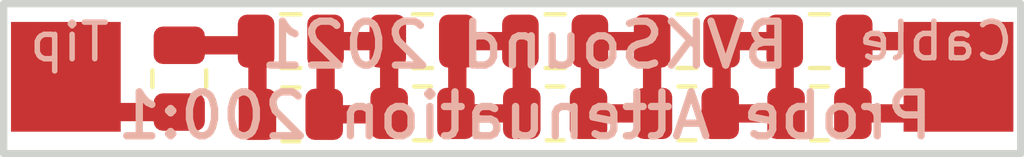
<source format=kicad_pcb>
(kicad_pcb (version 20171130) (host pcbnew "(5.1.9)-1")

  (general
    (thickness 1.6)
    (drawings 5)
    (tracks 37)
    (zones 0)
    (modules 13)
    (nets 8)
  )

  (page A4)
  (title_block
    (title "Probe Attenuation Board")
    (date 2021-08-06)
    (rev 1)
    (company BVKSound)
  )

  (layers
    (0 F.Cu signal)
    (31 B.Cu signal)
    (32 B.Adhes user)
    (33 F.Adhes user)
    (34 B.Paste user)
    (35 F.Paste user)
    (36 B.SilkS user)
    (37 F.SilkS user)
    (38 B.Mask user)
    (39 F.Mask user)
    (40 Dwgs.User user)
    (41 Cmts.User user)
    (42 Eco1.User user)
    (43 Eco2.User user)
    (44 Edge.Cuts user)
    (45 Margin user)
    (46 B.CrtYd user)
    (47 F.CrtYd user)
    (48 B.Fab user)
    (49 F.Fab user)
  )

  (setup
    (last_trace_width 0.5)
    (user_trace_width 0.5)
    (trace_clearance 0.2)
    (zone_clearance 0.508)
    (zone_45_only no)
    (trace_min 0.2)
    (via_size 0.8)
    (via_drill 0.4)
    (via_min_size 0.4)
    (via_min_drill 0.3)
    (uvia_size 0.3)
    (uvia_drill 0.1)
    (uvias_allowed no)
    (uvia_min_size 0.2)
    (uvia_min_drill 0.1)
    (edge_width 0.05)
    (segment_width 0.2)
    (pcb_text_width 0.3)
    (pcb_text_size 1.5 1.5)
    (mod_edge_width 0.12)
    (mod_text_size 1 1)
    (mod_text_width 0.15)
    (pad_size 1.524 1.524)
    (pad_drill 0.762)
    (pad_to_mask_clearance 0)
    (aux_axis_origin 0 0)
    (visible_elements FFFFFF7F)
    (pcbplotparams
      (layerselection 0x010fc_ffffffff)
      (usegerberextensions false)
      (usegerberattributes true)
      (usegerberadvancedattributes true)
      (creategerberjobfile true)
      (excludeedgelayer true)
      (linewidth 0.100000)
      (plotframeref false)
      (viasonmask false)
      (mode 1)
      (useauxorigin false)
      (hpglpennumber 1)
      (hpglpenspeed 20)
      (hpglpendiameter 15.000000)
      (psnegative false)
      (psa4output false)
      (plotreference true)
      (plotvalue true)
      (plotinvisibletext false)
      (padsonsilk false)
      (subtractmaskfromsilk false)
      (outputformat 1)
      (mirror false)
      (drillshape 0)
      (scaleselection 1)
      (outputdirectory "../../GERBER/"))
  )

  (net 0 "")
  (net 1 "Net-(C1-Pad2)")
  (net 2 "Net-(C1-Pad1)")
  (net 3 "Net-(C2-Pad1)")
  (net 4 "Net-(C3-Pad1)")
  (net 5 "Net-(C4-Pad1)")
  (net 6 "Net-(C5-Pad1)")
  (net 7 "Net-(R1-Pad2)")

  (net_class Default "This is the default net class."
    (clearance 0.2)
    (trace_width 0.25)
    (via_dia 0.8)
    (via_drill 0.4)
    (uvia_dia 0.3)
    (uvia_drill 0.1)
    (add_net "Net-(C1-Pad1)")
    (add_net "Net-(C1-Pad2)")
    (add_net "Net-(C2-Pad1)")
    (add_net "Net-(C3-Pad1)")
    (add_net "Net-(C4-Pad1)")
    (add_net "Net-(C5-Pad1)")
    (add_net "Net-(R1-Pad2)")
  )

  (module BVKSound:PAD_1_8x4mm_Single (layer F.Cu) (tedit 610CF8BD) (tstamp 610CF73B)
    (at 126.1 102)
    (path /610D5F9F)
    (attr smd)
    (fp_text reference U2 (at 0 2.54) (layer F.SilkS) hide
      (effects (font (size 1 1) (thickness 0.15)))
    )
    (fp_text value Cable (at -0.625 -0.975) (layer B.SilkS)
      (effects (font (size 1 1) (thickness 0.15)) (justify mirror))
    )
    (pad 1 smd rect (at 0 0) (size 3 3) (layers F.Cu F.Paste F.Mask)
      (net 6 "Net-(C5-Pad1)"))
  )

  (module BVKSound:PAD_1_8x4mm_Single (layer F.Cu) (tedit 610CF7A4) (tstamp 610CF732)
    (at 102.025 102)
    (path /610D5921)
    (attr smd)
    (fp_text reference U1 (at 0 2.54) (layer F.SilkS) hide
      (effects (font (size 1 1) (thickness 0.15)))
    )
    (fp_text value Tip (at -0.225 -0.95) (layer B.SilkS)
      (effects (font (size 1 1) (thickness 0.15)) (justify mirror))
    )
    (pad 1 smd rect (at -0.325 0) (size 3 3) (layers F.Cu F.Paste F.Mask)
      (net 7 "Net-(R1-Pad2)"))
  )

  (module Resistor_SMD:R_0805_2012Metric (layer F.Cu) (tedit 5F68FEEE) (tstamp 610CF729)
    (at 122.3 103 180)
    (descr "Resistor SMD 0805 (2012 Metric), square (rectangular) end terminal, IPC_7351 nominal, (Body size source: IPC-SM-782 page 72, https://www.pcb-3d.com/wordpress/wp-content/uploads/ipc-sm-782a_amendment_1_and_2.pdf), generated with kicad-footprint-generator")
    (tags resistor)
    (path /610D14EF)
    (attr smd)
    (fp_text reference R6 (at 0 -1.65) (layer F.SilkS) hide
      (effects (font (size 1 1) (thickness 0.15)))
    )
    (fp_text value 1M (at 0 1.65) (layer F.Fab) hide
      (effects (font (size 1 1) (thickness 0.15)))
    )
    (fp_text user %R (at 0 0) (layer F.Fab)
      (effects (font (size 0.5 0.5) (thickness 0.08)))
    )
    (fp_line (start -1 0.625) (end -1 -0.625) (layer F.Fab) (width 0.1))
    (fp_line (start -1 -0.625) (end 1 -0.625) (layer F.Fab) (width 0.1))
    (fp_line (start 1 -0.625) (end 1 0.625) (layer F.Fab) (width 0.1))
    (fp_line (start 1 0.625) (end -1 0.625) (layer F.Fab) (width 0.1))
    (fp_line (start -0.227064 -0.735) (end 0.227064 -0.735) (layer F.SilkS) (width 0.12))
    (fp_line (start -0.227064 0.735) (end 0.227064 0.735) (layer F.SilkS) (width 0.12))
    (fp_line (start -1.68 0.95) (end -1.68 -0.95) (layer F.CrtYd) (width 0.05))
    (fp_line (start -1.68 -0.95) (end 1.68 -0.95) (layer F.CrtYd) (width 0.05))
    (fp_line (start 1.68 -0.95) (end 1.68 0.95) (layer F.CrtYd) (width 0.05))
    (fp_line (start 1.68 0.95) (end -1.68 0.95) (layer F.CrtYd) (width 0.05))
    (pad 2 smd roundrect (at 0.9125 0 180) (size 1.025 1.4) (layers F.Cu F.Paste F.Mask) (roundrect_rratio 0.2439014634146341)
      (net 5 "Net-(C4-Pad1)"))
    (pad 1 smd roundrect (at -0.9125 0 180) (size 1.025 1.4) (layers F.Cu F.Paste F.Mask) (roundrect_rratio 0.2439014634146341)
      (net 6 "Net-(C5-Pad1)"))
    (model ${KISYS3DMOD}/Resistor_SMD.3dshapes/R_0805_2012Metric.wrl
      (at (xyz 0 0 0))
      (scale (xyz 1 1 1))
      (rotate (xyz 0 0 0))
    )
  )

  (module Resistor_SMD:R_0805_2012Metric (layer F.Cu) (tedit 5F68FEEE) (tstamp 610CF718)
    (at 118.675 103 180)
    (descr "Resistor SMD 0805 (2012 Metric), square (rectangular) end terminal, IPC_7351 nominal, (Body size source: IPC-SM-782 page 72, https://www.pcb-3d.com/wordpress/wp-content/uploads/ipc-sm-782a_amendment_1_and_2.pdf), generated with kicad-footprint-generator")
    (tags resistor)
    (path /610D1304)
    (attr smd)
    (fp_text reference R5 (at 0 -1.65) (layer F.SilkS) hide
      (effects (font (size 1 1) (thickness 0.15)))
    )
    (fp_text value 1M (at 0 1.65) (layer F.Fab) hide
      (effects (font (size 1 1) (thickness 0.15)))
    )
    (fp_text user %R (at 0 0) (layer F.Fab)
      (effects (font (size 0.5 0.5) (thickness 0.08)))
    )
    (fp_line (start -1 0.625) (end -1 -0.625) (layer F.Fab) (width 0.1))
    (fp_line (start -1 -0.625) (end 1 -0.625) (layer F.Fab) (width 0.1))
    (fp_line (start 1 -0.625) (end 1 0.625) (layer F.Fab) (width 0.1))
    (fp_line (start 1 0.625) (end -1 0.625) (layer F.Fab) (width 0.1))
    (fp_line (start -0.227064 -0.735) (end 0.227064 -0.735) (layer F.SilkS) (width 0.12))
    (fp_line (start -0.227064 0.735) (end 0.227064 0.735) (layer F.SilkS) (width 0.12))
    (fp_line (start -1.68 0.95) (end -1.68 -0.95) (layer F.CrtYd) (width 0.05))
    (fp_line (start -1.68 -0.95) (end 1.68 -0.95) (layer F.CrtYd) (width 0.05))
    (fp_line (start 1.68 -0.95) (end 1.68 0.95) (layer F.CrtYd) (width 0.05))
    (fp_line (start 1.68 0.95) (end -1.68 0.95) (layer F.CrtYd) (width 0.05))
    (pad 2 smd roundrect (at 0.9125 0 180) (size 1.025 1.4) (layers F.Cu F.Paste F.Mask) (roundrect_rratio 0.2439014634146341)
      (net 4 "Net-(C3-Pad1)"))
    (pad 1 smd roundrect (at -0.9125 0 180) (size 1.025 1.4) (layers F.Cu F.Paste F.Mask) (roundrect_rratio 0.2439014634146341)
      (net 5 "Net-(C4-Pad1)"))
    (model ${KISYS3DMOD}/Resistor_SMD.3dshapes/R_0805_2012Metric.wrl
      (at (xyz 0 0 0))
      (scale (xyz 1 1 1))
      (rotate (xyz 0 0 0))
    )
  )

  (module Resistor_SMD:R_0805_2012Metric (layer F.Cu) (tedit 5F68FEEE) (tstamp 610CF707)
    (at 115.075 103 180)
    (descr "Resistor SMD 0805 (2012 Metric), square (rectangular) end terminal, IPC_7351 nominal, (Body size source: IPC-SM-782 page 72, https://www.pcb-3d.com/wordpress/wp-content/uploads/ipc-sm-782a_amendment_1_and_2.pdf), generated with kicad-footprint-generator")
    (tags resistor)
    (path /610D0FF1)
    (attr smd)
    (fp_text reference R4 (at 0 -1.65) (layer F.SilkS) hide
      (effects (font (size 1 1) (thickness 0.15)))
    )
    (fp_text value 1M (at 0 1.65) (layer F.Fab) hide
      (effects (font (size 1 1) (thickness 0.15)))
    )
    (fp_text user %R (at -0.03 -0.02) (layer F.Fab)
      (effects (font (size 0.5 0.5) (thickness 0.08)))
    )
    (fp_line (start -1 0.625) (end -1 -0.625) (layer F.Fab) (width 0.1))
    (fp_line (start -1 -0.625) (end 1 -0.625) (layer F.Fab) (width 0.1))
    (fp_line (start 1 -0.625) (end 1 0.625) (layer F.Fab) (width 0.1))
    (fp_line (start 1 0.625) (end -1 0.625) (layer F.Fab) (width 0.1))
    (fp_line (start -0.227064 -0.735) (end 0.227064 -0.735) (layer F.SilkS) (width 0.12))
    (fp_line (start -0.227064 0.735) (end 0.227064 0.735) (layer F.SilkS) (width 0.12))
    (fp_line (start -1.68 0.95) (end -1.68 -0.95) (layer F.CrtYd) (width 0.05))
    (fp_line (start -1.68 -0.95) (end 1.68 -0.95) (layer F.CrtYd) (width 0.05))
    (fp_line (start 1.68 -0.95) (end 1.68 0.95) (layer F.CrtYd) (width 0.05))
    (fp_line (start 1.68 0.95) (end -1.68 0.95) (layer F.CrtYd) (width 0.05))
    (pad 2 smd roundrect (at 0.9125 0 180) (size 1.025 1.4) (layers F.Cu F.Paste F.Mask) (roundrect_rratio 0.2439014634146341)
      (net 3 "Net-(C2-Pad1)"))
    (pad 1 smd roundrect (at -0.9125 0 180) (size 1.025 1.4) (layers F.Cu F.Paste F.Mask) (roundrect_rratio 0.2439014634146341)
      (net 4 "Net-(C3-Pad1)"))
    (model ${KISYS3DMOD}/Resistor_SMD.3dshapes/R_0805_2012Metric.wrl
      (at (xyz 0 0 0))
      (scale (xyz 1 1 1))
      (rotate (xyz 0 0 0))
    )
  )

  (module Resistor_SMD:R_0805_2012Metric (layer F.Cu) (tedit 5F68FEEE) (tstamp 610CF6F6)
    (at 111.45 103 180)
    (descr "Resistor SMD 0805 (2012 Metric), square (rectangular) end terminal, IPC_7351 nominal, (Body size source: IPC-SM-782 page 72, https://www.pcb-3d.com/wordpress/wp-content/uploads/ipc-sm-782a_amendment_1_and_2.pdf), generated with kicad-footprint-generator")
    (tags resistor)
    (path /610D0CE4)
    (attr smd)
    (fp_text reference R3 (at 0 -1.65) (layer F.SilkS) hide
      (effects (font (size 1 1) (thickness 0.15)))
    )
    (fp_text value 1M (at 0 1.65) (layer F.Fab) hide
      (effects (font (size 1 1) (thickness 0.15)))
    )
    (fp_text user %R (at 0 0) (layer F.Fab)
      (effects (font (size 0.5 0.5) (thickness 0.08)))
    )
    (fp_line (start -1 0.625) (end -1 -0.625) (layer F.Fab) (width 0.1))
    (fp_line (start -1 -0.625) (end 1 -0.625) (layer F.Fab) (width 0.1))
    (fp_line (start 1 -0.625) (end 1 0.625) (layer F.Fab) (width 0.1))
    (fp_line (start 1 0.625) (end -1 0.625) (layer F.Fab) (width 0.1))
    (fp_line (start -0.227064 -0.735) (end 0.227064 -0.735) (layer F.SilkS) (width 0.12))
    (fp_line (start -0.227064 0.735) (end 0.227064 0.735) (layer F.SilkS) (width 0.12))
    (fp_line (start -1.68 0.95) (end -1.68 -0.95) (layer F.CrtYd) (width 0.05))
    (fp_line (start -1.68 -0.95) (end 1.68 -0.95) (layer F.CrtYd) (width 0.05))
    (fp_line (start 1.68 -0.95) (end 1.68 0.95) (layer F.CrtYd) (width 0.05))
    (fp_line (start 1.68 0.95) (end -1.68 0.95) (layer F.CrtYd) (width 0.05))
    (pad 2 smd roundrect (at 0.9125 0 180) (size 1.025 1.4) (layers F.Cu F.Paste F.Mask) (roundrect_rratio 0.2439014634146341)
      (net 2 "Net-(C1-Pad1)"))
    (pad 1 smd roundrect (at -0.9125 0 180) (size 1.025 1.4) (layers F.Cu F.Paste F.Mask) (roundrect_rratio 0.2439014634146341)
      (net 3 "Net-(C2-Pad1)"))
    (model ${KISYS3DMOD}/Resistor_SMD.3dshapes/R_0805_2012Metric.wrl
      (at (xyz 0 0 0))
      (scale (xyz 1 1 1))
      (rotate (xyz 0 0 0))
    )
  )

  (module Resistor_SMD:R_0805_2012Metric (layer F.Cu) (tedit 5F68FEEE) (tstamp 610CF6E5)
    (at 107.85 103.025 180)
    (descr "Resistor SMD 0805 (2012 Metric), square (rectangular) end terminal, IPC_7351 nominal, (Body size source: IPC-SM-782 page 72, https://www.pcb-3d.com/wordpress/wp-content/uploads/ipc-sm-782a_amendment_1_and_2.pdf), generated with kicad-footprint-generator")
    (tags resistor)
    (path /610D0896)
    (attr smd)
    (fp_text reference R2 (at 0 -1.65) (layer F.SilkS) hide
      (effects (font (size 1 1) (thickness 0.15)))
    )
    (fp_text value 1M (at 0 1.65) (layer F.Fab) hide
      (effects (font (size 1 1) (thickness 0.15)))
    )
    (fp_text user %R (at 0 0) (layer F.Fab)
      (effects (font (size 0.5 0.5) (thickness 0.08)))
    )
    (fp_line (start -1 0.625) (end -1 -0.625) (layer F.Fab) (width 0.1))
    (fp_line (start -1 -0.625) (end 1 -0.625) (layer F.Fab) (width 0.1))
    (fp_line (start 1 -0.625) (end 1 0.625) (layer F.Fab) (width 0.1))
    (fp_line (start 1 0.625) (end -1 0.625) (layer F.Fab) (width 0.1))
    (fp_line (start -0.227064 -0.735) (end 0.227064 -0.735) (layer F.SilkS) (width 0.12))
    (fp_line (start -0.227064 0.735) (end 0.227064 0.735) (layer F.SilkS) (width 0.12))
    (fp_line (start -1.68 0.95) (end -1.68 -0.95) (layer F.CrtYd) (width 0.05))
    (fp_line (start -1.68 -0.95) (end 1.68 -0.95) (layer F.CrtYd) (width 0.05))
    (fp_line (start 1.68 -0.95) (end 1.68 0.95) (layer F.CrtYd) (width 0.05))
    (fp_line (start 1.68 0.95) (end -1.68 0.95) (layer F.CrtYd) (width 0.05))
    (pad 2 smd roundrect (at 0.9125 0 180) (size 1.025 1.4) (layers F.Cu F.Paste F.Mask) (roundrect_rratio 0.2439014634146341)
      (net 1 "Net-(C1-Pad2)"))
    (pad 1 smd roundrect (at -0.9125 0 180) (size 1.025 1.4) (layers F.Cu F.Paste F.Mask) (roundrect_rratio 0.2439014634146341)
      (net 2 "Net-(C1-Pad1)"))
    (model ${KISYS3DMOD}/Resistor_SMD.3dshapes/R_0805_2012Metric.wrl
      (at (xyz 0 0 0))
      (scale (xyz 1 1 1))
      (rotate (xyz 0 0 0))
    )
  )

  (module Resistor_SMD:R_0805_2012Metric (layer F.Cu) (tedit 5F68FEEE) (tstamp 610CF6D4)
    (at 104.8 102.05 270)
    (descr "Resistor SMD 0805 (2012 Metric), square (rectangular) end terminal, IPC_7351 nominal, (Body size source: IPC-SM-782 page 72, https://www.pcb-3d.com/wordpress/wp-content/uploads/ipc-sm-782a_amendment_1_and_2.pdf), generated with kicad-footprint-generator")
    (tags resistor)
    (path /610CF5F1)
    (attr smd)
    (fp_text reference R1 (at 0 -1.65 90) (layer F.SilkS) hide
      (effects (font (size 1 1) (thickness 0.15)))
    )
    (fp_text value 560R (at 0 1.65 90) (layer F.Fab) hide
      (effects (font (size 1 1) (thickness 0.15)))
    )
    (fp_text user %R (at 0 0 90) (layer F.Fab)
      (effects (font (size 0.5 0.5) (thickness 0.08)))
    )
    (fp_line (start -1 0.625) (end -1 -0.625) (layer F.Fab) (width 0.1))
    (fp_line (start -1 -0.625) (end 1 -0.625) (layer F.Fab) (width 0.1))
    (fp_line (start 1 -0.625) (end 1 0.625) (layer F.Fab) (width 0.1))
    (fp_line (start 1 0.625) (end -1 0.625) (layer F.Fab) (width 0.1))
    (fp_line (start -0.227064 -0.735) (end 0.227064 -0.735) (layer F.SilkS) (width 0.12))
    (fp_line (start -0.227064 0.735) (end 0.227064 0.735) (layer F.SilkS) (width 0.12))
    (fp_line (start -1.68 0.95) (end -1.68 -0.95) (layer F.CrtYd) (width 0.05))
    (fp_line (start -1.68 -0.95) (end 1.68 -0.95) (layer F.CrtYd) (width 0.05))
    (fp_line (start 1.68 -0.95) (end 1.68 0.95) (layer F.CrtYd) (width 0.05))
    (fp_line (start 1.68 0.95) (end -1.68 0.95) (layer F.CrtYd) (width 0.05))
    (pad 2 smd roundrect (at 0.9125 0 270) (size 1.025 1.4) (layers F.Cu F.Paste F.Mask) (roundrect_rratio 0.2439014634146341)
      (net 7 "Net-(R1-Pad2)"))
    (pad 1 smd roundrect (at -0.9125 0 270) (size 1.025 1.4) (layers F.Cu F.Paste F.Mask) (roundrect_rratio 0.2439014634146341)
      (net 1 "Net-(C1-Pad2)"))
    (model ${KISYS3DMOD}/Resistor_SMD.3dshapes/R_0805_2012Metric.wrl
      (at (xyz 0 0 0))
      (scale (xyz 1 1 1))
      (rotate (xyz 0 0 0))
    )
  )

  (module Capacitor_SMD:C_0805_2012Metric (layer F.Cu) (tedit 5F68FEEE) (tstamp 610CF6C3)
    (at 122.3 101.025 180)
    (descr "Capacitor SMD 0805 (2012 Metric), square (rectangular) end terminal, IPC_7351 nominal, (Body size source: IPC-SM-782 page 76, https://www.pcb-3d.com/wordpress/wp-content/uploads/ipc-sm-782a_amendment_1_and_2.pdf, https://docs.google.com/spreadsheets/d/1BsfQQcO9C6DZCsRaXUlFlo91Tg2WpOkGARC1WS5S8t0/edit?usp=sharing), generated with kicad-footprint-generator")
    (tags capacitor)
    (path /610D3651)
    (attr smd)
    (fp_text reference C5 (at 0 -1.68) (layer F.SilkS) hide
      (effects (font (size 1 1) (thickness 0.15)))
    )
    (fp_text value 8p2 (at 0 1.68) (layer F.Fab) hide
      (effects (font (size 1 1) (thickness 0.15)))
    )
    (fp_text user %R (at 0 0) (layer F.Fab)
      (effects (font (size 0.5 0.5) (thickness 0.08)))
    )
    (fp_line (start -1 0.625) (end -1 -0.625) (layer F.Fab) (width 0.1))
    (fp_line (start -1 -0.625) (end 1 -0.625) (layer F.Fab) (width 0.1))
    (fp_line (start 1 -0.625) (end 1 0.625) (layer F.Fab) (width 0.1))
    (fp_line (start 1 0.625) (end -1 0.625) (layer F.Fab) (width 0.1))
    (fp_line (start -0.261252 -0.735) (end 0.261252 -0.735) (layer F.SilkS) (width 0.12))
    (fp_line (start -0.261252 0.735) (end 0.261252 0.735) (layer F.SilkS) (width 0.12))
    (fp_line (start -1.7 0.98) (end -1.7 -0.98) (layer F.CrtYd) (width 0.05))
    (fp_line (start -1.7 -0.98) (end 1.7 -0.98) (layer F.CrtYd) (width 0.05))
    (fp_line (start 1.7 -0.98) (end 1.7 0.98) (layer F.CrtYd) (width 0.05))
    (fp_line (start 1.7 0.98) (end -1.7 0.98) (layer F.CrtYd) (width 0.05))
    (pad 2 smd roundrect (at 0.95 0 180) (size 1 1.45) (layers F.Cu F.Paste F.Mask) (roundrect_rratio 0.25)
      (net 5 "Net-(C4-Pad1)"))
    (pad 1 smd roundrect (at -0.95 0 180) (size 1 1.45) (layers F.Cu F.Paste F.Mask) (roundrect_rratio 0.25)
      (net 6 "Net-(C5-Pad1)"))
    (model ${KISYS3DMOD}/Capacitor_SMD.3dshapes/C_0805_2012Metric.wrl
      (at (xyz 0 0 0))
      (scale (xyz 1 1 1))
      (rotate (xyz 0 0 0))
    )
  )

  (module Capacitor_SMD:C_0805_2012Metric (layer F.Cu) (tedit 5F68FEEE) (tstamp 610CF6B2)
    (at 118.675 101.025 180)
    (descr "Capacitor SMD 0805 (2012 Metric), square (rectangular) end terminal, IPC_7351 nominal, (Body size source: IPC-SM-782 page 76, https://www.pcb-3d.com/wordpress/wp-content/uploads/ipc-sm-782a_amendment_1_and_2.pdf, https://docs.google.com/spreadsheets/d/1BsfQQcO9C6DZCsRaXUlFlo91Tg2WpOkGARC1WS5S8t0/edit?usp=sharing), generated with kicad-footprint-generator")
    (tags capacitor)
    (path /610D30FF)
    (attr smd)
    (fp_text reference C4 (at 0 -1.68) (layer F.SilkS) hide
      (effects (font (size 1 1) (thickness 0.15)))
    )
    (fp_text value 8p2 (at 0 1.68) (layer F.Fab) hide
      (effects (font (size 1 1) (thickness 0.15)))
    )
    (fp_text user %R (at 0 0) (layer F.Fab)
      (effects (font (size 0.5 0.5) (thickness 0.08)))
    )
    (fp_line (start -1 0.625) (end -1 -0.625) (layer F.Fab) (width 0.1))
    (fp_line (start -1 -0.625) (end 1 -0.625) (layer F.Fab) (width 0.1))
    (fp_line (start 1 -0.625) (end 1 0.625) (layer F.Fab) (width 0.1))
    (fp_line (start 1 0.625) (end -1 0.625) (layer F.Fab) (width 0.1))
    (fp_line (start -0.261252 -0.735) (end 0.261252 -0.735) (layer F.SilkS) (width 0.12))
    (fp_line (start -0.261252 0.735) (end 0.261252 0.735) (layer F.SilkS) (width 0.12))
    (fp_line (start -1.7 0.98) (end -1.7 -0.98) (layer F.CrtYd) (width 0.05))
    (fp_line (start -1.7 -0.98) (end 1.7 -0.98) (layer F.CrtYd) (width 0.05))
    (fp_line (start 1.7 -0.98) (end 1.7 0.98) (layer F.CrtYd) (width 0.05))
    (fp_line (start 1.7 0.98) (end -1.7 0.98) (layer F.CrtYd) (width 0.05))
    (pad 2 smd roundrect (at 0.95 0 180) (size 1 1.45) (layers F.Cu F.Paste F.Mask) (roundrect_rratio 0.25)
      (net 4 "Net-(C3-Pad1)"))
    (pad 1 smd roundrect (at -0.95 0 180) (size 1 1.45) (layers F.Cu F.Paste F.Mask) (roundrect_rratio 0.25)
      (net 5 "Net-(C4-Pad1)"))
    (model ${KISYS3DMOD}/Capacitor_SMD.3dshapes/C_0805_2012Metric.wrl
      (at (xyz 0 0 0))
      (scale (xyz 1 1 1))
      (rotate (xyz 0 0 0))
    )
  )

  (module Capacitor_SMD:C_0805_2012Metric (layer F.Cu) (tedit 5F68FEEE) (tstamp 610CF6A1)
    (at 115.075 101.025 180)
    (descr "Capacitor SMD 0805 (2012 Metric), square (rectangular) end terminal, IPC_7351 nominal, (Body size source: IPC-SM-782 page 76, https://www.pcb-3d.com/wordpress/wp-content/uploads/ipc-sm-782a_amendment_1_and_2.pdf, https://docs.google.com/spreadsheets/d/1BsfQQcO9C6DZCsRaXUlFlo91Tg2WpOkGARC1WS5S8t0/edit?usp=sharing), generated with kicad-footprint-generator")
    (tags capacitor)
    (path /610D2EC8)
    (attr smd)
    (fp_text reference C3 (at 0 -1.68) (layer F.SilkS) hide
      (effects (font (size 1 1) (thickness 0.15)))
    )
    (fp_text value 8p2 (at 0 1.68) (layer F.Fab) hide
      (effects (font (size 1 1) (thickness 0.15)))
    )
    (fp_text user %R (at 0 0) (layer F.Fab)
      (effects (font (size 0.5 0.5) (thickness 0.08)))
    )
    (fp_line (start -1 0.625) (end -1 -0.625) (layer F.Fab) (width 0.1))
    (fp_line (start -1 -0.625) (end 1 -0.625) (layer F.Fab) (width 0.1))
    (fp_line (start 1 -0.625) (end 1 0.625) (layer F.Fab) (width 0.1))
    (fp_line (start 1 0.625) (end -1 0.625) (layer F.Fab) (width 0.1))
    (fp_line (start -0.261252 -0.735) (end 0.261252 -0.735) (layer F.SilkS) (width 0.12))
    (fp_line (start -0.261252 0.735) (end 0.261252 0.735) (layer F.SilkS) (width 0.12))
    (fp_line (start -1.7 0.98) (end -1.7 -0.98) (layer F.CrtYd) (width 0.05))
    (fp_line (start -1.7 -0.98) (end 1.7 -0.98) (layer F.CrtYd) (width 0.05))
    (fp_line (start 1.7 -0.98) (end 1.7 0.98) (layer F.CrtYd) (width 0.05))
    (fp_line (start 1.7 0.98) (end -1.7 0.98) (layer F.CrtYd) (width 0.05))
    (pad 2 smd roundrect (at 0.95 0 180) (size 1 1.45) (layers F.Cu F.Paste F.Mask) (roundrect_rratio 0.25)
      (net 3 "Net-(C2-Pad1)"))
    (pad 1 smd roundrect (at -0.95 0 180) (size 1 1.45) (layers F.Cu F.Paste F.Mask) (roundrect_rratio 0.25)
      (net 4 "Net-(C3-Pad1)"))
    (model ${KISYS3DMOD}/Capacitor_SMD.3dshapes/C_0805_2012Metric.wrl
      (at (xyz 0 0 0))
      (scale (xyz 1 1 1))
      (rotate (xyz 0 0 0))
    )
  )

  (module Capacitor_SMD:C_0805_2012Metric (layer F.Cu) (tedit 5F68FEEE) (tstamp 610CF690)
    (at 111.45 101.025 180)
    (descr "Capacitor SMD 0805 (2012 Metric), square (rectangular) end terminal, IPC_7351 nominal, (Body size source: IPC-SM-782 page 76, https://www.pcb-3d.com/wordpress/wp-content/uploads/ipc-sm-782a_amendment_1_and_2.pdf, https://docs.google.com/spreadsheets/d/1BsfQQcO9C6DZCsRaXUlFlo91Tg2WpOkGARC1WS5S8t0/edit?usp=sharing), generated with kicad-footprint-generator")
    (tags capacitor)
    (path /610D2AB4)
    (attr smd)
    (fp_text reference C2 (at 0 -1.68) (layer F.SilkS) hide
      (effects (font (size 1 1) (thickness 0.15)))
    )
    (fp_text value 8p2 (at 0 1.68) (layer F.Fab) hide
      (effects (font (size 1 1) (thickness 0.15)))
    )
    (fp_text user %R (at 0 0) (layer F.Fab)
      (effects (font (size 0.5 0.5) (thickness 0.08)))
    )
    (fp_line (start -1 0.625) (end -1 -0.625) (layer F.Fab) (width 0.1))
    (fp_line (start -1 -0.625) (end 1 -0.625) (layer F.Fab) (width 0.1))
    (fp_line (start 1 -0.625) (end 1 0.625) (layer F.Fab) (width 0.1))
    (fp_line (start 1 0.625) (end -1 0.625) (layer F.Fab) (width 0.1))
    (fp_line (start -0.261252 -0.735) (end 0.261252 -0.735) (layer F.SilkS) (width 0.12))
    (fp_line (start -0.261252 0.735) (end 0.261252 0.735) (layer F.SilkS) (width 0.12))
    (fp_line (start -1.7 0.98) (end -1.7 -0.98) (layer F.CrtYd) (width 0.05))
    (fp_line (start -1.7 -0.98) (end 1.7 -0.98) (layer F.CrtYd) (width 0.05))
    (fp_line (start 1.7 -0.98) (end 1.7 0.98) (layer F.CrtYd) (width 0.05))
    (fp_line (start 1.7 0.98) (end -1.7 0.98) (layer F.CrtYd) (width 0.05))
    (pad 2 smd roundrect (at 0.95 0 180) (size 1 1.45) (layers F.Cu F.Paste F.Mask) (roundrect_rratio 0.25)
      (net 2 "Net-(C1-Pad1)"))
    (pad 1 smd roundrect (at -0.95 0 180) (size 1 1.45) (layers F.Cu F.Paste F.Mask) (roundrect_rratio 0.25)
      (net 3 "Net-(C2-Pad1)"))
    (model ${KISYS3DMOD}/Capacitor_SMD.3dshapes/C_0805_2012Metric.wrl
      (at (xyz 0 0 0))
      (scale (xyz 1 1 1))
      (rotate (xyz 0 0 0))
    )
  )

  (module Capacitor_SMD:C_0805_2012Metric (layer F.Cu) (tedit 5F68FEEE) (tstamp 610CF67F)
    (at 107.85 101.025 180)
    (descr "Capacitor SMD 0805 (2012 Metric), square (rectangular) end terminal, IPC_7351 nominal, (Body size source: IPC-SM-782 page 76, https://www.pcb-3d.com/wordpress/wp-content/uploads/ipc-sm-782a_amendment_1_and_2.pdf, https://docs.google.com/spreadsheets/d/1BsfQQcO9C6DZCsRaXUlFlo91Tg2WpOkGARC1WS5S8t0/edit?usp=sharing), generated with kicad-footprint-generator")
    (tags capacitor)
    (path /610D1D09)
    (attr smd)
    (fp_text reference C1 (at 0 -1.68) (layer F.SilkS) hide
      (effects (font (size 1 1) (thickness 0.15)))
    )
    (fp_text value 8p2 (at 0 1.68) (layer F.Fab) hide
      (effects (font (size 1 1) (thickness 0.15)))
    )
    (fp_text user %R (at 0 0) (layer F.Fab)
      (effects (font (size 0.5 0.5) (thickness 0.08)))
    )
    (fp_line (start -1 0.625) (end -1 -0.625) (layer F.Fab) (width 0.1))
    (fp_line (start -1 -0.625) (end 1 -0.625) (layer F.Fab) (width 0.1))
    (fp_line (start 1 -0.625) (end 1 0.625) (layer F.Fab) (width 0.1))
    (fp_line (start 1 0.625) (end -1 0.625) (layer F.Fab) (width 0.1))
    (fp_line (start -0.261252 -0.735) (end 0.261252 -0.735) (layer F.SilkS) (width 0.12))
    (fp_line (start -0.261252 0.735) (end 0.261252 0.735) (layer F.SilkS) (width 0.12))
    (fp_line (start -1.7 0.98) (end -1.7 -0.98) (layer F.CrtYd) (width 0.05))
    (fp_line (start -1.7 -0.98) (end 1.7 -0.98) (layer F.CrtYd) (width 0.05))
    (fp_line (start 1.7 -0.98) (end 1.7 0.98) (layer F.CrtYd) (width 0.05))
    (fp_line (start 1.7 0.98) (end -1.7 0.98) (layer F.CrtYd) (width 0.05))
    (pad 2 smd roundrect (at 0.95 0 180) (size 1 1.45) (layers F.Cu F.Paste F.Mask) (roundrect_rratio 0.25)
      (net 1 "Net-(C1-Pad2)"))
    (pad 1 smd roundrect (at -0.95 0 180) (size 1 1.45) (layers F.Cu F.Paste F.Mask) (roundrect_rratio 0.25)
      (net 2 "Net-(C1-Pad1)"))
    (model ${KISYS3DMOD}/Capacitor_SMD.3dshapes/C_0805_2012Metric.wrl
      (at (xyz 0 0 0))
      (scale (xyz 1 1 1))
      (rotate (xyz 0 0 0))
    )
  )

  (gr_text "BVKSound 2021\nProbe Attenuation 200:1" (at 114.25 102.1) (layer B.SilkS)
    (effects (font (size 1.2 1.2) (thickness 0.2)) (justify mirror))
  )
  (gr_line (start 127.8 104.1) (end 127.8 100) (layer Edge.Cuts) (width 0.2))
  (gr_line (start 100 104.1) (end 127.8 104.1) (layer Edge.Cuts) (width 0.2))
  (gr_line (start 100 100) (end 100 104.1) (layer Edge.Cuts) (width 0.2))
  (gr_line (start 127.8 100) (end 100 100) (layer Edge.Cuts) (width 0.2))

  (segment (start 106.7875 101.1375) (end 106.9 101.025) (width 0.5) (layer F.Cu) (net 1))
  (segment (start 104.8 101.1375) (end 106.7875 101.1375) (width 0.5) (layer F.Cu) (net 1))
  (segment (start 106.9375 101.0625) (end 106.9 101.025) (width 0.5) (layer F.Cu) (net 1))
  (segment (start 106.9375 103.025) (end 106.9375 101.0625) (width 0.5) (layer F.Cu) (net 1))
  (segment (start 108.8 102.9875) (end 108.7625 103.025) (width 0.5) (layer F.Cu) (net 2))
  (segment (start 108.8 101.025) (end 108.8 102.9875) (width 0.5) (layer F.Cu) (net 2))
  (segment (start 108.8 101.025) (end 110.5 101.025) (width 0.5) (layer F.Cu) (net 2))
  (segment (start 110.5125 103.025) (end 110.5375 103) (width 0.5) (layer F.Cu) (net 2))
  (segment (start 108.7625 103.025) (end 110.5125 103.025) (width 0.5) (layer F.Cu) (net 2))
  (segment (start 110.5375 101.0625) (end 110.5 101.025) (width 0.5) (layer F.Cu) (net 2))
  (segment (start 110.5375 103) (end 110.5375 101.0625) (width 0.5) (layer F.Cu) (net 2))
  (segment (start 112.4 101.025) (end 114.125 101.025) (width 0.5) (layer F.Cu) (net 3))
  (segment (start 112.3625 103) (end 114.1625 103) (width 0.5) (layer F.Cu) (net 3))
  (segment (start 112.4 102.9625) (end 112.3625 103) (width 0.5) (layer F.Cu) (net 3))
  (segment (start 112.4 101.025) (end 112.4 102.9625) (width 0.5) (layer F.Cu) (net 3))
  (segment (start 114.1625 101.0625) (end 114.125 101.025) (width 0.5) (layer F.Cu) (net 3))
  (segment (start 114.1625 103) (end 114.1625 101.0625) (width 0.5) (layer F.Cu) (net 3))
  (segment (start 116.025 101.025) (end 117.725 101.025) (width 0.5) (layer F.Cu) (net 4))
  (segment (start 115.9875 103) (end 117.7625 103) (width 0.5) (layer F.Cu) (net 4))
  (segment (start 116.025 102.9625) (end 115.9875 103) (width 0.5) (layer F.Cu) (net 4))
  (segment (start 116.025 101.025) (end 116.025 102.9625) (width 0.5) (layer F.Cu) (net 4))
  (segment (start 117.725 102.9625) (end 117.7625 103) (width 0.5) (layer F.Cu) (net 4))
  (segment (start 117.725 101.025) (end 117.725 102.9625) (width 0.5) (layer F.Cu) (net 4))
  (segment (start 119.625 101.025) (end 121.35 101.025) (width 0.5) (layer F.Cu) (net 5))
  (segment (start 119.5875 103) (end 121.3875 103) (width 0.5) (layer F.Cu) (net 5))
  (segment (start 119.625 102.9625) (end 119.5875 103) (width 0.5) (layer F.Cu) (net 5))
  (segment (start 119.625 101.025) (end 119.625 102.9625) (width 0.5) (layer F.Cu) (net 5))
  (segment (start 121.35 102.9625) (end 121.3875 103) (width 0.5) (layer F.Cu) (net 5))
  (segment (start 121.35 101.025) (end 121.35 102.9625) (width 0.5) (layer F.Cu) (net 5))
  (segment (start 123.25 102.9625) (end 123.2125 103) (width 0.5) (layer F.Cu) (net 6))
  (segment (start 123.25 101.025) (end 123.25 102.9625) (width 0.5) (layer F.Cu) (net 6))
  (segment (start 125.125 101.025) (end 126.1 102) (width 0.5) (layer F.Cu) (net 6))
  (segment (start 123.25 101.025) (end 125.125 101.025) (width 0.5) (layer F.Cu) (net 6))
  (segment (start 125.1 103) (end 126.1 102) (width 0.5) (layer F.Cu) (net 6))
  (segment (start 123.2125 103) (end 125.1 103) (width 0.5) (layer F.Cu) (net 6))
  (segment (start 102.6625 102.9625) (end 101.7 102) (width 0.5) (layer F.Cu) (net 7))
  (segment (start 104.8 102.9625) (end 102.6625 102.9625) (width 0.5) (layer F.Cu) (net 7))

)

</source>
